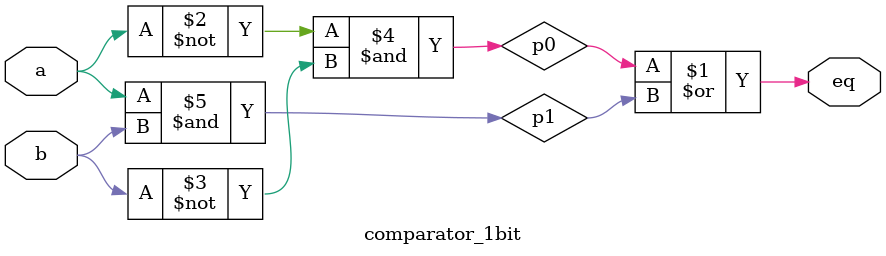
<source format=sv>
`timescale 1ns / 1ps

module comparator_1bit
    (
        input logic a, b,
        output logic eq
    );
    
    logic p0, p1;
    
    assign eq = p0 | p1;
    
    assign p0 = ~a & ~b;
    assign p1 = a & b;
endmodule

</source>
